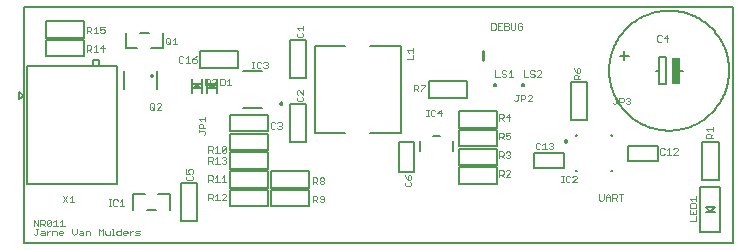
<source format=gto>
G75*
%MOIN*%
%OFA0B0*%
%FSLAX25Y25*%
%IPPOS*%
%LPD*%
%AMOC8*
5,1,8,0,0,1.08239X$1,22.5*
%
%ADD10C,0.00600*%
%ADD11C,0.00200*%
%ADD12C,0.00500*%
%ADD13C,0.00787*%
%ADD14C,0.00800*%
%ADD15R,0.03150X0.00787*%
%ADD16C,0.01000*%
%ADD17R,0.02500X0.09000*%
%ADD18C,0.01414*%
D10*
X0035050Y0071300D02*
X0271270Y0071300D01*
X0271270Y0150040D01*
X0035050Y0150040D01*
X0035050Y0071300D01*
X0233550Y0133800D02*
X0236550Y0133800D01*
X0235050Y0135300D02*
X0235050Y0132300D01*
X0245550Y0128800D02*
X0246550Y0128800D01*
X0246550Y0133300D01*
X0249050Y0133300D01*
X0249050Y0124300D01*
X0246550Y0124300D01*
X0246550Y0128800D01*
X0230050Y0128800D02*
X0230056Y0129291D01*
X0230074Y0129781D01*
X0230104Y0130271D01*
X0230146Y0130760D01*
X0230200Y0131248D01*
X0230266Y0131735D01*
X0230344Y0132219D01*
X0230434Y0132702D01*
X0230536Y0133182D01*
X0230649Y0133660D01*
X0230774Y0134134D01*
X0230911Y0134606D01*
X0231059Y0135074D01*
X0231219Y0135538D01*
X0231390Y0135998D01*
X0231572Y0136454D01*
X0231766Y0136905D01*
X0231970Y0137351D01*
X0232186Y0137792D01*
X0232412Y0138228D01*
X0232648Y0138658D01*
X0232895Y0139082D01*
X0233153Y0139500D01*
X0233421Y0139911D01*
X0233698Y0140316D01*
X0233986Y0140714D01*
X0234283Y0141105D01*
X0234590Y0141488D01*
X0234906Y0141863D01*
X0235231Y0142231D01*
X0235565Y0142591D01*
X0235908Y0142942D01*
X0236259Y0143285D01*
X0236619Y0143619D01*
X0236987Y0143944D01*
X0237362Y0144260D01*
X0237745Y0144567D01*
X0238136Y0144864D01*
X0238534Y0145152D01*
X0238939Y0145429D01*
X0239350Y0145697D01*
X0239768Y0145955D01*
X0240192Y0146202D01*
X0240622Y0146438D01*
X0241058Y0146664D01*
X0241499Y0146880D01*
X0241945Y0147084D01*
X0242396Y0147278D01*
X0242852Y0147460D01*
X0243312Y0147631D01*
X0243776Y0147791D01*
X0244244Y0147939D01*
X0244716Y0148076D01*
X0245190Y0148201D01*
X0245668Y0148314D01*
X0246148Y0148416D01*
X0246631Y0148506D01*
X0247115Y0148584D01*
X0247602Y0148650D01*
X0248090Y0148704D01*
X0248579Y0148746D01*
X0249069Y0148776D01*
X0249559Y0148794D01*
X0250050Y0148800D01*
X0250541Y0148794D01*
X0251031Y0148776D01*
X0251521Y0148746D01*
X0252010Y0148704D01*
X0252498Y0148650D01*
X0252985Y0148584D01*
X0253469Y0148506D01*
X0253952Y0148416D01*
X0254432Y0148314D01*
X0254910Y0148201D01*
X0255384Y0148076D01*
X0255856Y0147939D01*
X0256324Y0147791D01*
X0256788Y0147631D01*
X0257248Y0147460D01*
X0257704Y0147278D01*
X0258155Y0147084D01*
X0258601Y0146880D01*
X0259042Y0146664D01*
X0259478Y0146438D01*
X0259908Y0146202D01*
X0260332Y0145955D01*
X0260750Y0145697D01*
X0261161Y0145429D01*
X0261566Y0145152D01*
X0261964Y0144864D01*
X0262355Y0144567D01*
X0262738Y0144260D01*
X0263113Y0143944D01*
X0263481Y0143619D01*
X0263841Y0143285D01*
X0264192Y0142942D01*
X0264535Y0142591D01*
X0264869Y0142231D01*
X0265194Y0141863D01*
X0265510Y0141488D01*
X0265817Y0141105D01*
X0266114Y0140714D01*
X0266402Y0140316D01*
X0266679Y0139911D01*
X0266947Y0139500D01*
X0267205Y0139082D01*
X0267452Y0138658D01*
X0267688Y0138228D01*
X0267914Y0137792D01*
X0268130Y0137351D01*
X0268334Y0136905D01*
X0268528Y0136454D01*
X0268710Y0135998D01*
X0268881Y0135538D01*
X0269041Y0135074D01*
X0269189Y0134606D01*
X0269326Y0134134D01*
X0269451Y0133660D01*
X0269564Y0133182D01*
X0269666Y0132702D01*
X0269756Y0132219D01*
X0269834Y0131735D01*
X0269900Y0131248D01*
X0269954Y0130760D01*
X0269996Y0130271D01*
X0270026Y0129781D01*
X0270044Y0129291D01*
X0270050Y0128800D01*
X0270044Y0128309D01*
X0270026Y0127819D01*
X0269996Y0127329D01*
X0269954Y0126840D01*
X0269900Y0126352D01*
X0269834Y0125865D01*
X0269756Y0125381D01*
X0269666Y0124898D01*
X0269564Y0124418D01*
X0269451Y0123940D01*
X0269326Y0123466D01*
X0269189Y0122994D01*
X0269041Y0122526D01*
X0268881Y0122062D01*
X0268710Y0121602D01*
X0268528Y0121146D01*
X0268334Y0120695D01*
X0268130Y0120249D01*
X0267914Y0119808D01*
X0267688Y0119372D01*
X0267452Y0118942D01*
X0267205Y0118518D01*
X0266947Y0118100D01*
X0266679Y0117689D01*
X0266402Y0117284D01*
X0266114Y0116886D01*
X0265817Y0116495D01*
X0265510Y0116112D01*
X0265194Y0115737D01*
X0264869Y0115369D01*
X0264535Y0115009D01*
X0264192Y0114658D01*
X0263841Y0114315D01*
X0263481Y0113981D01*
X0263113Y0113656D01*
X0262738Y0113340D01*
X0262355Y0113033D01*
X0261964Y0112736D01*
X0261566Y0112448D01*
X0261161Y0112171D01*
X0260750Y0111903D01*
X0260332Y0111645D01*
X0259908Y0111398D01*
X0259478Y0111162D01*
X0259042Y0110936D01*
X0258601Y0110720D01*
X0258155Y0110516D01*
X0257704Y0110322D01*
X0257248Y0110140D01*
X0256788Y0109969D01*
X0256324Y0109809D01*
X0255856Y0109661D01*
X0255384Y0109524D01*
X0254910Y0109399D01*
X0254432Y0109286D01*
X0253952Y0109184D01*
X0253469Y0109094D01*
X0252985Y0109016D01*
X0252498Y0108950D01*
X0252010Y0108896D01*
X0251521Y0108854D01*
X0251031Y0108824D01*
X0250541Y0108806D01*
X0250050Y0108800D01*
X0249559Y0108806D01*
X0249069Y0108824D01*
X0248579Y0108854D01*
X0248090Y0108896D01*
X0247602Y0108950D01*
X0247115Y0109016D01*
X0246631Y0109094D01*
X0246148Y0109184D01*
X0245668Y0109286D01*
X0245190Y0109399D01*
X0244716Y0109524D01*
X0244244Y0109661D01*
X0243776Y0109809D01*
X0243312Y0109969D01*
X0242852Y0110140D01*
X0242396Y0110322D01*
X0241945Y0110516D01*
X0241499Y0110720D01*
X0241058Y0110936D01*
X0240622Y0111162D01*
X0240192Y0111398D01*
X0239768Y0111645D01*
X0239350Y0111903D01*
X0238939Y0112171D01*
X0238534Y0112448D01*
X0238136Y0112736D01*
X0237745Y0113033D01*
X0237362Y0113340D01*
X0236987Y0113656D01*
X0236619Y0113981D01*
X0236259Y0114315D01*
X0235908Y0114658D01*
X0235565Y0115009D01*
X0235231Y0115369D01*
X0234906Y0115737D01*
X0234590Y0116112D01*
X0234283Y0116495D01*
X0233986Y0116886D01*
X0233698Y0117284D01*
X0233421Y0117689D01*
X0233153Y0118100D01*
X0232895Y0118518D01*
X0232648Y0118942D01*
X0232412Y0119372D01*
X0232186Y0119808D01*
X0231970Y0120249D01*
X0231766Y0120695D01*
X0231572Y0121146D01*
X0231390Y0121602D01*
X0231219Y0122062D01*
X0231059Y0122526D01*
X0230911Y0122994D01*
X0230774Y0123466D01*
X0230649Y0123940D01*
X0230536Y0124418D01*
X0230434Y0124898D01*
X0230344Y0125381D01*
X0230266Y0125865D01*
X0230200Y0126352D01*
X0230146Y0126840D01*
X0230104Y0127329D01*
X0230074Y0127819D01*
X0230056Y0128309D01*
X0230050Y0128800D01*
X0252550Y0128800D02*
X0254550Y0128800D01*
D11*
X0249461Y0138450D02*
X0249461Y0140652D01*
X0248360Y0139551D01*
X0249828Y0139551D01*
X0247618Y0140285D02*
X0247251Y0140652D01*
X0246517Y0140652D01*
X0246150Y0140285D01*
X0246150Y0138817D01*
X0246517Y0138450D01*
X0247251Y0138450D01*
X0247618Y0138817D01*
X0236793Y0119727D02*
X0237160Y0119360D01*
X0237160Y0118993D01*
X0236793Y0118626D01*
X0237160Y0118259D01*
X0237160Y0117892D01*
X0236793Y0117525D01*
X0236059Y0117525D01*
X0235692Y0117892D01*
X0236426Y0118626D02*
X0236793Y0118626D01*
X0236793Y0119727D02*
X0236059Y0119727D01*
X0235692Y0119360D01*
X0234950Y0119360D02*
X0234583Y0119727D01*
X0233483Y0119727D01*
X0233483Y0117525D01*
X0233483Y0118259D02*
X0234583Y0118259D01*
X0234950Y0118626D01*
X0234950Y0119360D01*
X0232741Y0119727D02*
X0232007Y0119727D01*
X0232374Y0119727D02*
X0232374Y0117892D01*
X0232007Y0117525D01*
X0231640Y0117525D01*
X0231273Y0117892D01*
X0220450Y0125900D02*
X0218248Y0125900D01*
X0218248Y0127001D01*
X0218615Y0127368D01*
X0219349Y0127368D01*
X0219716Y0127001D01*
X0219716Y0125900D01*
X0219716Y0126634D02*
X0220450Y0127368D01*
X0220083Y0128110D02*
X0220450Y0128477D01*
X0220450Y0129211D01*
X0220083Y0129578D01*
X0219716Y0129578D01*
X0219349Y0129211D01*
X0219349Y0128110D01*
X0220083Y0128110D01*
X0219349Y0128110D02*
X0218615Y0128844D01*
X0218248Y0129578D01*
X0207416Y0128534D02*
X0207416Y0128167D01*
X0205948Y0126700D01*
X0207416Y0126700D01*
X0207416Y0128534D02*
X0207049Y0128901D01*
X0206315Y0128901D01*
X0205948Y0128534D01*
X0205207Y0128534D02*
X0204840Y0128901D01*
X0204106Y0128901D01*
X0203739Y0128534D01*
X0203739Y0128167D01*
X0204106Y0127800D01*
X0204840Y0127800D01*
X0205207Y0127433D01*
X0205207Y0127066D01*
X0204840Y0126700D01*
X0204106Y0126700D01*
X0203739Y0127066D01*
X0202997Y0126700D02*
X0201529Y0126700D01*
X0201529Y0128901D01*
X0198029Y0126700D02*
X0196561Y0126700D01*
X0197295Y0126700D02*
X0197295Y0128901D01*
X0196561Y0128167D01*
X0195819Y0128534D02*
X0195452Y0128901D01*
X0194718Y0128901D01*
X0194351Y0128534D01*
X0194351Y0128167D01*
X0194718Y0127800D01*
X0195452Y0127800D01*
X0195819Y0127433D01*
X0195819Y0127066D01*
X0195452Y0126700D01*
X0194718Y0126700D01*
X0194351Y0127066D01*
X0193609Y0126700D02*
X0192141Y0126700D01*
X0192141Y0128901D01*
X0199169Y0120764D02*
X0199903Y0120764D01*
X0199536Y0120764D02*
X0199536Y0118929D01*
X0199169Y0118562D01*
X0198802Y0118562D01*
X0198435Y0118929D01*
X0200645Y0118562D02*
X0200645Y0120764D01*
X0201746Y0120764D01*
X0202113Y0120397D01*
X0202113Y0119663D01*
X0201746Y0119296D01*
X0200645Y0119296D01*
X0202855Y0118562D02*
X0204323Y0120030D01*
X0204323Y0120397D01*
X0203956Y0120764D01*
X0203222Y0120764D01*
X0202855Y0120397D01*
X0202855Y0118562D02*
X0204323Y0118562D01*
X0197078Y0113251D02*
X0195610Y0113251D01*
X0196711Y0114352D01*
X0196711Y0112150D01*
X0194868Y0112150D02*
X0194134Y0112884D01*
X0194501Y0112884D02*
X0193400Y0112884D01*
X0193400Y0112150D02*
X0193400Y0114352D01*
X0194501Y0114352D01*
X0194868Y0113985D01*
X0194868Y0113251D01*
X0194501Y0112884D01*
X0194501Y0108102D02*
X0194868Y0107735D01*
X0194868Y0107001D01*
X0194501Y0106634D01*
X0193400Y0106634D01*
X0194134Y0106634D02*
X0194868Y0105900D01*
X0195610Y0106267D02*
X0195977Y0105900D01*
X0196711Y0105900D01*
X0197078Y0106267D01*
X0197078Y0107001D01*
X0196711Y0107368D01*
X0196344Y0107368D01*
X0195610Y0107001D01*
X0195610Y0108102D01*
X0197078Y0108102D01*
X0194501Y0108102D02*
X0193400Y0108102D01*
X0193400Y0105900D01*
X0193400Y0101852D02*
X0194501Y0101852D01*
X0194868Y0101485D01*
X0194868Y0100751D01*
X0194501Y0100384D01*
X0193400Y0100384D01*
X0194134Y0100384D02*
X0194868Y0099650D01*
X0195610Y0100017D02*
X0195977Y0099650D01*
X0196711Y0099650D01*
X0197078Y0100017D01*
X0197078Y0100384D01*
X0196711Y0100751D01*
X0196344Y0100751D01*
X0196711Y0100751D02*
X0197078Y0101118D01*
X0197078Y0101485D01*
X0196711Y0101852D01*
X0195977Y0101852D01*
X0195610Y0101485D01*
X0193400Y0101852D02*
X0193400Y0099650D01*
X0193400Y0095602D02*
X0194501Y0095602D01*
X0194868Y0095235D01*
X0194868Y0094501D01*
X0194501Y0094134D01*
X0193400Y0094134D01*
X0194134Y0094134D02*
X0194868Y0093400D01*
X0195610Y0093400D02*
X0197078Y0094868D01*
X0197078Y0095235D01*
X0196711Y0095602D01*
X0195977Y0095602D01*
X0195610Y0095235D01*
X0195610Y0093400D02*
X0197078Y0093400D01*
X0193400Y0093400D02*
X0193400Y0095602D01*
X0205587Y0102929D02*
X0205954Y0102562D01*
X0206688Y0102562D01*
X0207055Y0102929D01*
X0207797Y0102562D02*
X0209265Y0102562D01*
X0208531Y0102562D02*
X0208531Y0104764D01*
X0207797Y0104030D01*
X0207055Y0104397D02*
X0206688Y0104764D01*
X0205954Y0104764D01*
X0205587Y0104397D01*
X0205587Y0102929D01*
X0210007Y0102929D02*
X0210374Y0102562D01*
X0211108Y0102562D01*
X0211475Y0102929D01*
X0211475Y0103296D01*
X0211108Y0103663D01*
X0210741Y0103663D01*
X0211108Y0103663D02*
X0211475Y0104030D01*
X0211475Y0104397D01*
X0211108Y0104764D01*
X0210374Y0104764D01*
X0210007Y0104397D01*
X0214157Y0093816D02*
X0214891Y0093816D01*
X0214524Y0093816D02*
X0214524Y0091614D01*
X0214157Y0091614D02*
X0214891Y0091614D01*
X0215630Y0091981D02*
X0215997Y0091614D01*
X0216731Y0091614D01*
X0217098Y0091981D01*
X0217840Y0091614D02*
X0219308Y0093082D01*
X0219308Y0093449D01*
X0218941Y0093816D01*
X0218207Y0093816D01*
X0217840Y0093449D01*
X0217098Y0093449D02*
X0216731Y0093816D01*
X0215997Y0093816D01*
X0215630Y0093449D01*
X0215630Y0091981D01*
X0217840Y0091614D02*
X0219308Y0091614D01*
X0226712Y0087714D02*
X0226712Y0085879D01*
X0227079Y0085513D01*
X0227813Y0085513D01*
X0228180Y0085879D01*
X0228180Y0087714D01*
X0228922Y0086980D02*
X0228922Y0085513D01*
X0228922Y0086613D02*
X0230390Y0086613D01*
X0230390Y0086980D02*
X0230390Y0085513D01*
X0231132Y0085513D02*
X0231132Y0087714D01*
X0232233Y0087714D01*
X0232600Y0087347D01*
X0232600Y0086613D01*
X0232233Y0086246D01*
X0231132Y0086246D01*
X0231866Y0086246D02*
X0232600Y0085513D01*
X0234076Y0085513D02*
X0234076Y0087714D01*
X0233342Y0087714D02*
X0234810Y0087714D01*
X0230390Y0086980D02*
X0229656Y0087714D01*
X0228922Y0086980D01*
X0247075Y0101167D02*
X0247442Y0100800D01*
X0248176Y0100800D01*
X0248543Y0101167D01*
X0249285Y0100800D02*
X0250753Y0100800D01*
X0250019Y0100800D02*
X0250019Y0103002D01*
X0249285Y0102268D01*
X0248543Y0102635D02*
X0248176Y0103002D01*
X0247442Y0103002D01*
X0247075Y0102635D01*
X0247075Y0101167D01*
X0251495Y0100800D02*
X0252963Y0102268D01*
X0252963Y0102635D01*
X0252596Y0103002D01*
X0251862Y0103002D01*
X0251495Y0102635D01*
X0251495Y0100800D02*
X0252963Y0100800D01*
X0262436Y0106312D02*
X0262436Y0107413D01*
X0262803Y0107780D01*
X0263537Y0107780D01*
X0263904Y0107413D01*
X0263904Y0106312D01*
X0264638Y0106312D02*
X0262436Y0106312D01*
X0263904Y0107046D02*
X0264638Y0107780D01*
X0264638Y0108522D02*
X0264638Y0109990D01*
X0264638Y0109256D02*
X0262436Y0109256D01*
X0263170Y0108522D01*
X0259125Y0086848D02*
X0259125Y0085380D01*
X0259125Y0086114D02*
X0256923Y0086114D01*
X0257657Y0085380D01*
X0257290Y0084638D02*
X0256923Y0084271D01*
X0256923Y0083170D01*
X0259125Y0083170D01*
X0259125Y0084271D01*
X0258758Y0084638D01*
X0257290Y0084638D01*
X0256923Y0082428D02*
X0256923Y0080960D01*
X0259125Y0080960D01*
X0259125Y0082428D01*
X0258024Y0081694D02*
X0258024Y0080960D01*
X0259125Y0080218D02*
X0259125Y0078750D01*
X0256923Y0078750D01*
X0173934Y0113625D02*
X0173934Y0115827D01*
X0172833Y0114726D01*
X0174301Y0114726D01*
X0172091Y0115460D02*
X0171724Y0115827D01*
X0170990Y0115827D01*
X0170623Y0115460D01*
X0170623Y0113992D01*
X0170990Y0113625D01*
X0171724Y0113625D01*
X0172091Y0113992D01*
X0169884Y0113625D02*
X0169150Y0113625D01*
X0169517Y0113625D02*
X0169517Y0115827D01*
X0169150Y0115827D02*
X0169884Y0115827D01*
X0167190Y0121975D02*
X0167190Y0122342D01*
X0168658Y0123810D01*
X0168658Y0124177D01*
X0167190Y0124177D01*
X0166448Y0123810D02*
X0166081Y0124177D01*
X0164980Y0124177D01*
X0164980Y0121975D01*
X0164980Y0122709D02*
X0166081Y0122709D01*
X0166448Y0123076D01*
X0166448Y0123810D01*
X0165714Y0122709D02*
X0166448Y0121975D01*
X0164759Y0132589D02*
X0164759Y0134057D01*
X0164759Y0134799D02*
X0164759Y0136267D01*
X0164759Y0135533D02*
X0162557Y0135533D01*
X0163291Y0134799D01*
X0162557Y0132589D02*
X0164759Y0132589D01*
X0190725Y0142450D02*
X0191826Y0142450D01*
X0192193Y0142817D01*
X0192193Y0144285D01*
X0191826Y0144652D01*
X0190725Y0144652D01*
X0190725Y0142450D01*
X0192935Y0142450D02*
X0194403Y0142450D01*
X0195145Y0142450D02*
X0196246Y0142450D01*
X0196613Y0142817D01*
X0196613Y0143184D01*
X0196246Y0143551D01*
X0195145Y0143551D01*
X0196246Y0143551D02*
X0196613Y0143918D01*
X0196613Y0144285D01*
X0196246Y0144652D01*
X0195145Y0144652D01*
X0195145Y0142450D01*
X0193669Y0143551D02*
X0192935Y0143551D01*
X0192935Y0144652D02*
X0192935Y0142450D01*
X0192935Y0144652D02*
X0194403Y0144652D01*
X0197355Y0144652D02*
X0197355Y0142817D01*
X0197722Y0142450D01*
X0198456Y0142450D01*
X0198823Y0142817D01*
X0198823Y0144652D01*
X0199565Y0144285D02*
X0199565Y0142817D01*
X0199931Y0142450D01*
X0200665Y0142450D01*
X0201032Y0142817D01*
X0201032Y0143551D01*
X0200298Y0143551D01*
X0199565Y0144285D02*
X0199931Y0144652D01*
X0200665Y0144652D01*
X0201032Y0144285D01*
X0128050Y0143678D02*
X0128050Y0142210D01*
X0128050Y0142944D02*
X0125848Y0142944D01*
X0126582Y0142210D01*
X0126215Y0141468D02*
X0125848Y0141101D01*
X0125848Y0140367D01*
X0126215Y0140000D01*
X0127683Y0140000D01*
X0128050Y0140367D01*
X0128050Y0141101D01*
X0127683Y0141468D01*
X0116251Y0131422D02*
X0115884Y0131789D01*
X0115150Y0131789D01*
X0114783Y0131422D01*
X0114041Y0131422D02*
X0113674Y0131789D01*
X0112940Y0131789D01*
X0112573Y0131422D01*
X0112573Y0129954D01*
X0112940Y0129587D01*
X0113674Y0129587D01*
X0114041Y0129954D01*
X0114783Y0129954D02*
X0115150Y0129587D01*
X0115884Y0129587D01*
X0116251Y0129954D01*
X0116251Y0130321D01*
X0115884Y0130688D01*
X0115517Y0130688D01*
X0115884Y0130688D02*
X0116251Y0131055D01*
X0116251Y0131422D01*
X0111834Y0131789D02*
X0111100Y0131789D01*
X0111467Y0131789D02*
X0111467Y0129587D01*
X0111100Y0129587D02*
X0111834Y0129587D01*
X0103413Y0126165D02*
X0103413Y0123963D01*
X0102679Y0123963D02*
X0104147Y0123963D01*
X0102679Y0125431D02*
X0103413Y0126165D01*
X0101937Y0125798D02*
X0101570Y0126165D01*
X0100469Y0126165D01*
X0100469Y0123963D01*
X0101570Y0123963D01*
X0101937Y0124330D01*
X0101937Y0125798D01*
X0099147Y0125798D02*
X0098780Y0126165D01*
X0098046Y0126165D01*
X0097679Y0125798D01*
X0096937Y0125798D02*
X0096570Y0126165D01*
X0095469Y0126165D01*
X0095469Y0123963D01*
X0096570Y0123963D01*
X0096937Y0124330D01*
X0096937Y0125798D01*
X0097550Y0123997D02*
X0096566Y0123013D01*
X0098534Y0123013D01*
X0097550Y0123997D01*
X0097459Y0123905D02*
X0097641Y0123905D01*
X0097679Y0123963D02*
X0099147Y0125431D01*
X0099147Y0125798D01*
X0099147Y0123963D02*
X0097679Y0123963D01*
X0097840Y0123707D02*
X0097260Y0123707D01*
X0097062Y0123508D02*
X0098038Y0123508D01*
X0098237Y0123310D02*
X0096863Y0123310D01*
X0096665Y0123111D02*
X0098435Y0123111D01*
X0093534Y0123013D02*
X0091566Y0123013D01*
X0092550Y0123997D01*
X0093534Y0123013D01*
X0093435Y0123111D02*
X0091665Y0123111D01*
X0091863Y0123310D02*
X0093237Y0123310D01*
X0093038Y0123508D02*
X0092062Y0123508D01*
X0092260Y0123707D02*
X0092840Y0123707D01*
X0092641Y0123905D02*
X0092459Y0123905D01*
X0092229Y0131475D02*
X0092596Y0131842D01*
X0092596Y0132209D01*
X0092229Y0132576D01*
X0091128Y0132576D01*
X0091128Y0131842D01*
X0091495Y0131475D01*
X0092229Y0131475D01*
X0091128Y0132576D02*
X0091862Y0133310D01*
X0092596Y0133677D01*
X0089652Y0133677D02*
X0089652Y0131475D01*
X0088918Y0131475D02*
X0090386Y0131475D01*
X0088918Y0132943D02*
X0089652Y0133677D01*
X0088176Y0133310D02*
X0087809Y0133677D01*
X0087075Y0133677D01*
X0086708Y0133310D01*
X0086708Y0131842D01*
X0087075Y0131475D01*
X0087809Y0131475D01*
X0088176Y0131842D01*
X0085990Y0137550D02*
X0084522Y0137550D01*
X0085256Y0137550D02*
X0085256Y0139752D01*
X0084522Y0139018D01*
X0083780Y0139385D02*
X0083413Y0139752D01*
X0082679Y0139752D01*
X0082313Y0139385D01*
X0082313Y0137917D01*
X0082679Y0137550D01*
X0083413Y0137550D01*
X0083780Y0137917D01*
X0083780Y0139385D01*
X0083046Y0138284D02*
X0083780Y0137550D01*
X0061863Y0136201D02*
X0060395Y0136201D01*
X0061496Y0137302D01*
X0061496Y0135100D01*
X0059653Y0135100D02*
X0058185Y0135100D01*
X0058919Y0135100D02*
X0058919Y0137302D01*
X0058185Y0136568D01*
X0057443Y0136935D02*
X0057443Y0136201D01*
X0057076Y0135834D01*
X0055975Y0135834D01*
X0056709Y0135834D02*
X0057443Y0135100D01*
X0055975Y0135100D02*
X0055975Y0137302D01*
X0057076Y0137302D01*
X0057443Y0136935D01*
X0057443Y0141225D02*
X0056709Y0141959D01*
X0057076Y0141959D02*
X0055975Y0141959D01*
X0055975Y0141225D02*
X0055975Y0143427D01*
X0057076Y0143427D01*
X0057443Y0143060D01*
X0057443Y0142326D01*
X0057076Y0141959D01*
X0058185Y0142693D02*
X0058919Y0143427D01*
X0058919Y0141225D01*
X0058185Y0141225D02*
X0059653Y0141225D01*
X0060395Y0141592D02*
X0060762Y0141225D01*
X0061496Y0141225D01*
X0061863Y0141592D01*
X0061863Y0142326D01*
X0061496Y0142693D01*
X0061129Y0142693D01*
X0060395Y0142326D01*
X0060395Y0143427D01*
X0061863Y0143427D01*
X0077347Y0118013D02*
X0076980Y0117646D01*
X0076980Y0116178D01*
X0077347Y0115811D01*
X0078081Y0115811D01*
X0078448Y0116178D01*
X0078448Y0117646D01*
X0078081Y0118013D01*
X0077347Y0118013D01*
X0077714Y0116545D02*
X0078448Y0115811D01*
X0079190Y0115811D02*
X0080658Y0117279D01*
X0080658Y0117646D01*
X0080291Y0118013D01*
X0079557Y0118013D01*
X0079190Y0117646D01*
X0079190Y0115811D02*
X0080658Y0115811D01*
X0093223Y0112601D02*
X0095425Y0112601D01*
X0095425Y0111867D02*
X0095425Y0113335D01*
X0093957Y0111867D02*
X0093223Y0112601D01*
X0093590Y0111125D02*
X0094324Y0111125D01*
X0094691Y0110758D01*
X0094691Y0109658D01*
X0095425Y0109658D02*
X0093223Y0109658D01*
X0093223Y0110758D01*
X0093590Y0111125D01*
X0093223Y0108916D02*
X0093223Y0108182D01*
X0093223Y0108549D02*
X0095058Y0108549D01*
X0095425Y0108182D01*
X0095425Y0107815D01*
X0095058Y0107448D01*
X0096508Y0103664D02*
X0097609Y0103664D01*
X0097976Y0103297D01*
X0097976Y0102563D01*
X0097609Y0102196D01*
X0096508Y0102196D01*
X0096508Y0101462D02*
X0096508Y0103664D01*
X0097242Y0102196D02*
X0097976Y0101462D01*
X0098718Y0101462D02*
X0100186Y0101462D01*
X0099452Y0101462D02*
X0099452Y0103664D01*
X0098718Y0102930D01*
X0100928Y0103297D02*
X0101295Y0103664D01*
X0102029Y0103664D01*
X0102396Y0103297D01*
X0100928Y0101829D01*
X0101295Y0101462D01*
X0102029Y0101462D01*
X0102396Y0101829D01*
X0102396Y0103297D01*
X0100928Y0103297D02*
X0100928Y0101829D01*
X0101295Y0099989D02*
X0102029Y0099989D01*
X0102396Y0099622D01*
X0102396Y0099255D01*
X0102029Y0098888D01*
X0102396Y0098521D01*
X0102396Y0098154D01*
X0102029Y0097787D01*
X0101295Y0097787D01*
X0100928Y0098154D01*
X0100186Y0097787D02*
X0098718Y0097787D01*
X0099452Y0097787D02*
X0099452Y0099989D01*
X0098718Y0099255D01*
X0097976Y0099622D02*
X0097976Y0098888D01*
X0097609Y0098521D01*
X0096508Y0098521D01*
X0096508Y0097787D02*
X0096508Y0099989D01*
X0097609Y0099989D01*
X0097976Y0099622D01*
X0097242Y0098521D02*
X0097976Y0097787D01*
X0100928Y0099622D02*
X0101295Y0099989D01*
X0101662Y0098888D02*
X0102029Y0098888D01*
X0101662Y0093864D02*
X0101662Y0091662D01*
X0100928Y0091662D02*
X0102396Y0091662D01*
X0100928Y0093130D02*
X0101662Y0093864D01*
X0099452Y0093864D02*
X0099452Y0091662D01*
X0098718Y0091662D02*
X0100186Y0091662D01*
X0098718Y0093130D02*
X0099452Y0093864D01*
X0097976Y0093497D02*
X0097976Y0092763D01*
X0097609Y0092396D01*
X0096508Y0092396D01*
X0096508Y0091662D02*
X0096508Y0093864D01*
X0097609Y0093864D01*
X0097976Y0093497D01*
X0097242Y0092396D02*
X0097976Y0091662D01*
X0097609Y0087739D02*
X0097976Y0087372D01*
X0097976Y0086638D01*
X0097609Y0086271D01*
X0096508Y0086271D01*
X0096508Y0085538D02*
X0096508Y0087739D01*
X0097609Y0087739D01*
X0098718Y0087005D02*
X0099452Y0087739D01*
X0099452Y0085538D01*
X0098718Y0085538D02*
X0100186Y0085538D01*
X0100928Y0085538D02*
X0102396Y0087005D01*
X0102396Y0087372D01*
X0102029Y0087739D01*
X0101295Y0087739D01*
X0100928Y0087372D01*
X0100928Y0085538D02*
X0102396Y0085538D01*
X0097976Y0085538D02*
X0097242Y0086271D01*
X0090933Y0092225D02*
X0091300Y0092592D01*
X0091300Y0093326D01*
X0090933Y0093693D01*
X0090933Y0094435D02*
X0091300Y0094802D01*
X0091300Y0095536D01*
X0090933Y0095903D01*
X0090199Y0095903D01*
X0089832Y0095536D01*
X0089832Y0095169D01*
X0090199Y0094435D01*
X0089098Y0094435D01*
X0089098Y0095903D01*
X0089465Y0093693D02*
X0089098Y0093326D01*
X0089098Y0092592D01*
X0089465Y0092225D01*
X0090933Y0092225D01*
X0068476Y0083650D02*
X0067008Y0083650D01*
X0067742Y0083650D02*
X0067742Y0085852D01*
X0067008Y0085118D01*
X0066266Y0085485D02*
X0065899Y0085852D01*
X0065165Y0085852D01*
X0064798Y0085485D01*
X0064798Y0084017D01*
X0065165Y0083650D01*
X0065899Y0083650D01*
X0066266Y0084017D01*
X0064059Y0083650D02*
X0063325Y0083650D01*
X0063692Y0083650D02*
X0063692Y0085852D01*
X0063325Y0085852D02*
X0064059Y0085852D01*
X0064363Y0076052D02*
X0064730Y0076052D01*
X0064730Y0073850D01*
X0064363Y0073850D02*
X0065097Y0073850D01*
X0065836Y0074217D02*
X0065836Y0074951D01*
X0066203Y0075318D01*
X0067304Y0075318D01*
X0067304Y0076052D02*
X0067304Y0073850D01*
X0066203Y0073850D01*
X0065836Y0074217D01*
X0068046Y0074217D02*
X0068046Y0074951D01*
X0068413Y0075318D01*
X0069147Y0075318D01*
X0069514Y0074951D01*
X0069514Y0074584D01*
X0068046Y0074584D01*
X0068046Y0074217D02*
X0068413Y0073850D01*
X0069147Y0073850D01*
X0070256Y0073850D02*
X0070256Y0075318D01*
X0070256Y0074584D02*
X0070990Y0075318D01*
X0071357Y0075318D01*
X0072097Y0074951D02*
X0072464Y0075318D01*
X0073565Y0075318D01*
X0073198Y0074584D02*
X0072464Y0074584D01*
X0072097Y0074951D01*
X0072097Y0073850D02*
X0073198Y0073850D01*
X0073565Y0074217D01*
X0073198Y0074584D01*
X0063621Y0073850D02*
X0063621Y0075318D01*
X0063621Y0073850D02*
X0062520Y0073850D01*
X0062153Y0074217D01*
X0062153Y0075318D01*
X0061411Y0076052D02*
X0061411Y0073850D01*
X0059943Y0073850D02*
X0059943Y0076052D01*
X0060677Y0075318D01*
X0061411Y0076052D01*
X0056991Y0074951D02*
X0056991Y0073850D01*
X0056991Y0074951D02*
X0056624Y0075318D01*
X0055523Y0075318D01*
X0055523Y0073850D01*
X0054781Y0073850D02*
X0053680Y0073850D01*
X0053313Y0074217D01*
X0053680Y0074584D01*
X0054781Y0074584D01*
X0054781Y0074951D02*
X0054781Y0073850D01*
X0054781Y0074951D02*
X0054414Y0075318D01*
X0053680Y0075318D01*
X0052571Y0074584D02*
X0052571Y0076052D01*
X0051103Y0076052D02*
X0051103Y0074584D01*
X0051837Y0073850D01*
X0052571Y0074584D01*
X0048152Y0074584D02*
X0046684Y0074584D01*
X0046684Y0074951D02*
X0047051Y0075318D01*
X0047785Y0075318D01*
X0048152Y0074951D01*
X0048152Y0074584D01*
X0047785Y0073850D02*
X0047051Y0073850D01*
X0046684Y0074217D01*
X0046684Y0074951D01*
X0045942Y0074951D02*
X0045942Y0073850D01*
X0045942Y0074951D02*
X0045575Y0075318D01*
X0044474Y0075318D01*
X0044474Y0073850D01*
X0043733Y0075318D02*
X0043366Y0075318D01*
X0042632Y0074584D01*
X0042632Y0073850D02*
X0042632Y0075318D01*
X0041890Y0074951D02*
X0041890Y0073850D01*
X0040789Y0073850D01*
X0040422Y0074217D01*
X0040789Y0074584D01*
X0041890Y0074584D01*
X0041890Y0074951D02*
X0041523Y0075318D01*
X0040789Y0075318D01*
X0039680Y0076052D02*
X0038946Y0076052D01*
X0039313Y0076052D02*
X0039313Y0074217D01*
X0038946Y0073850D01*
X0038579Y0073850D01*
X0038213Y0074217D01*
X0038213Y0076913D02*
X0038213Y0079114D01*
X0039680Y0076913D01*
X0039680Y0079114D01*
X0040422Y0079114D02*
X0041523Y0079114D01*
X0041890Y0078747D01*
X0041890Y0078013D01*
X0041523Y0077646D01*
X0040422Y0077646D01*
X0040422Y0076913D02*
X0040422Y0079114D01*
X0041156Y0077646D02*
X0041890Y0076913D01*
X0042632Y0077279D02*
X0044100Y0078747D01*
X0044100Y0077279D01*
X0043733Y0076913D01*
X0042999Y0076913D01*
X0042632Y0077279D01*
X0042632Y0078747D01*
X0042999Y0079114D01*
X0043733Y0079114D01*
X0044100Y0078747D01*
X0044842Y0078380D02*
X0045576Y0079114D01*
X0045576Y0076913D01*
X0044842Y0076913D02*
X0046310Y0076913D01*
X0047052Y0076913D02*
X0048520Y0076913D01*
X0047786Y0076913D02*
X0047786Y0079114D01*
X0047052Y0078380D01*
X0048012Y0084875D02*
X0049480Y0087077D01*
X0050222Y0086343D02*
X0050956Y0087077D01*
X0050956Y0084875D01*
X0050222Y0084875D02*
X0051690Y0084875D01*
X0049480Y0084875D02*
X0048012Y0087077D01*
X0117225Y0109742D02*
X0117592Y0109375D01*
X0118326Y0109375D01*
X0118693Y0109742D01*
X0119435Y0109742D02*
X0119802Y0109375D01*
X0120536Y0109375D01*
X0120903Y0109742D01*
X0120903Y0110109D01*
X0120536Y0110476D01*
X0120169Y0110476D01*
X0120536Y0110476D02*
X0120903Y0110843D01*
X0120903Y0111210D01*
X0120536Y0111577D01*
X0119802Y0111577D01*
X0119435Y0111210D01*
X0118693Y0111210D02*
X0118326Y0111577D01*
X0117592Y0111577D01*
X0117225Y0111210D01*
X0117225Y0109742D01*
X0126215Y0118562D02*
X0127683Y0118562D01*
X0128050Y0118929D01*
X0128050Y0119663D01*
X0127683Y0120030D01*
X0128050Y0120772D02*
X0126582Y0122240D01*
X0126215Y0122240D01*
X0125848Y0121873D01*
X0125848Y0121139D01*
X0126215Y0120772D01*
X0126215Y0120030D02*
X0125848Y0119663D01*
X0125848Y0118929D01*
X0126215Y0118562D01*
X0128050Y0120772D02*
X0128050Y0122240D01*
X0131313Y0093202D02*
X0132413Y0093202D01*
X0132780Y0092835D01*
X0132780Y0092101D01*
X0132413Y0091734D01*
X0131313Y0091734D01*
X0132046Y0091734D02*
X0132780Y0091000D01*
X0133522Y0091367D02*
X0133522Y0091734D01*
X0133889Y0092101D01*
X0134623Y0092101D01*
X0134990Y0091734D01*
X0134990Y0091367D01*
X0134623Y0091000D01*
X0133889Y0091000D01*
X0133522Y0091367D01*
X0133889Y0092101D02*
X0133522Y0092468D01*
X0133522Y0092835D01*
X0133889Y0093202D01*
X0134623Y0093202D01*
X0134990Y0092835D01*
X0134990Y0092468D01*
X0134623Y0092101D01*
X0131313Y0091000D02*
X0131313Y0093202D01*
X0131313Y0087077D02*
X0132413Y0087077D01*
X0132780Y0086710D01*
X0132780Y0085976D01*
X0132413Y0085609D01*
X0131313Y0085609D01*
X0132046Y0085609D02*
X0132780Y0084875D01*
X0133522Y0085242D02*
X0133889Y0084875D01*
X0134623Y0084875D01*
X0134990Y0085242D01*
X0134990Y0086710D01*
X0134623Y0087077D01*
X0133889Y0087077D01*
X0133522Y0086710D01*
X0133522Y0086343D01*
X0133889Y0085976D01*
X0134990Y0085976D01*
X0131313Y0084875D02*
X0131313Y0087077D01*
X0161898Y0090597D02*
X0162265Y0090230D01*
X0163733Y0090230D01*
X0164100Y0090597D01*
X0164100Y0091331D01*
X0163733Y0091698D01*
X0163733Y0092440D02*
X0164100Y0092807D01*
X0164100Y0093541D01*
X0163733Y0093908D01*
X0163366Y0093908D01*
X0162999Y0093541D01*
X0162999Y0092440D01*
X0163733Y0092440D01*
X0162999Y0092440D02*
X0162265Y0093174D01*
X0161898Y0093908D01*
X0162265Y0091698D02*
X0161898Y0091331D01*
X0161898Y0090597D01*
D12*
X0160670Y0108180D02*
X0150473Y0108180D01*
X0142127Y0108180D02*
X0131930Y0108180D01*
X0131930Y0136920D01*
X0142127Y0136920D01*
X0150473Y0136920D02*
X0160670Y0136920D01*
X0160670Y0108180D01*
X0114450Y0116389D02*
X0108150Y0116389D01*
X0099225Y0121438D02*
X0099225Y0126162D01*
X0097550Y0123997D02*
X0096566Y0123013D01*
X0098534Y0123013D01*
X0097550Y0123997D01*
X0095875Y0126162D02*
X0095875Y0121438D01*
X0094225Y0121438D02*
X0094225Y0126162D01*
X0092550Y0123997D02*
X0091566Y0123013D01*
X0093534Y0123013D01*
X0092550Y0123997D01*
X0090875Y0126162D02*
X0090875Y0121438D01*
X0108150Y0128711D02*
X0114450Y0128711D01*
X0066015Y0130355D02*
X0060109Y0130355D01*
X0060109Y0132324D01*
X0058141Y0132324D01*
X0058141Y0130355D01*
X0060109Y0130355D01*
X0058141Y0130355D02*
X0036093Y0130355D01*
X0036093Y0090985D01*
X0066015Y0090985D01*
X0066015Y0130355D01*
X0035104Y0120498D02*
X0033229Y0119248D01*
X0033229Y0121748D01*
X0035104Y0120498D01*
X0218948Y0107402D02*
X0218948Y0107009D01*
X0218948Y0107402D02*
X0219341Y0107402D01*
X0230759Y0107402D02*
X0231152Y0107402D01*
X0231152Y0107009D01*
X0231152Y0095591D02*
X0231152Y0095198D01*
X0230759Y0095198D01*
X0219341Y0095198D02*
X0218948Y0095198D01*
X0218948Y0095591D01*
D13*
X0215306Y0105237D02*
X0215308Y0105276D01*
X0215314Y0105315D01*
X0215324Y0105353D01*
X0215337Y0105390D01*
X0215354Y0105425D01*
X0215374Y0105459D01*
X0215398Y0105490D01*
X0215425Y0105519D01*
X0215454Y0105545D01*
X0215486Y0105568D01*
X0215520Y0105588D01*
X0215556Y0105604D01*
X0215593Y0105616D01*
X0215632Y0105625D01*
X0215671Y0105630D01*
X0215710Y0105631D01*
X0215749Y0105628D01*
X0215788Y0105621D01*
X0215825Y0105610D01*
X0215862Y0105596D01*
X0215897Y0105578D01*
X0215930Y0105557D01*
X0215961Y0105532D01*
X0215989Y0105505D01*
X0216014Y0105475D01*
X0216036Y0105442D01*
X0216055Y0105408D01*
X0216070Y0105372D01*
X0216082Y0105334D01*
X0216090Y0105296D01*
X0216094Y0105257D01*
X0216094Y0105217D01*
X0216090Y0105178D01*
X0216082Y0105140D01*
X0216070Y0105102D01*
X0216055Y0105066D01*
X0216036Y0105032D01*
X0216014Y0104999D01*
X0215989Y0104969D01*
X0215961Y0104942D01*
X0215930Y0104917D01*
X0215897Y0104896D01*
X0215862Y0104878D01*
X0215825Y0104864D01*
X0215788Y0104853D01*
X0215749Y0104846D01*
X0215710Y0104843D01*
X0215671Y0104844D01*
X0215632Y0104849D01*
X0215593Y0104858D01*
X0215556Y0104870D01*
X0215520Y0104886D01*
X0215486Y0104906D01*
X0215454Y0104929D01*
X0215425Y0104955D01*
X0215398Y0104984D01*
X0215374Y0105015D01*
X0215354Y0105049D01*
X0215337Y0105084D01*
X0215324Y0105121D01*
X0215314Y0105159D01*
X0215308Y0105198D01*
X0215306Y0105237D01*
X0201035Y0124040D02*
X0201037Y0124079D01*
X0201043Y0124118D01*
X0201053Y0124156D01*
X0201066Y0124193D01*
X0201083Y0124228D01*
X0201103Y0124262D01*
X0201127Y0124293D01*
X0201154Y0124322D01*
X0201183Y0124348D01*
X0201215Y0124371D01*
X0201249Y0124391D01*
X0201285Y0124407D01*
X0201322Y0124419D01*
X0201361Y0124428D01*
X0201400Y0124433D01*
X0201439Y0124434D01*
X0201478Y0124431D01*
X0201517Y0124424D01*
X0201554Y0124413D01*
X0201591Y0124399D01*
X0201626Y0124381D01*
X0201659Y0124360D01*
X0201690Y0124335D01*
X0201718Y0124308D01*
X0201743Y0124278D01*
X0201765Y0124245D01*
X0201784Y0124211D01*
X0201799Y0124175D01*
X0201811Y0124137D01*
X0201819Y0124099D01*
X0201823Y0124060D01*
X0201823Y0124020D01*
X0201819Y0123981D01*
X0201811Y0123943D01*
X0201799Y0123905D01*
X0201784Y0123869D01*
X0201765Y0123835D01*
X0201743Y0123802D01*
X0201718Y0123772D01*
X0201690Y0123745D01*
X0201659Y0123720D01*
X0201626Y0123699D01*
X0201591Y0123681D01*
X0201554Y0123667D01*
X0201517Y0123656D01*
X0201478Y0123649D01*
X0201439Y0123646D01*
X0201400Y0123647D01*
X0201361Y0123652D01*
X0201322Y0123661D01*
X0201285Y0123673D01*
X0201249Y0123689D01*
X0201215Y0123709D01*
X0201183Y0123732D01*
X0201154Y0123758D01*
X0201127Y0123787D01*
X0201103Y0123818D01*
X0201083Y0123852D01*
X0201066Y0123887D01*
X0201053Y0123924D01*
X0201043Y0123962D01*
X0201037Y0124001D01*
X0201035Y0124040D01*
X0191647Y0124040D02*
X0191649Y0124079D01*
X0191655Y0124118D01*
X0191665Y0124156D01*
X0191678Y0124193D01*
X0191695Y0124228D01*
X0191715Y0124262D01*
X0191739Y0124293D01*
X0191766Y0124322D01*
X0191795Y0124348D01*
X0191827Y0124371D01*
X0191861Y0124391D01*
X0191897Y0124407D01*
X0191934Y0124419D01*
X0191973Y0124428D01*
X0192012Y0124433D01*
X0192051Y0124434D01*
X0192090Y0124431D01*
X0192129Y0124424D01*
X0192166Y0124413D01*
X0192203Y0124399D01*
X0192238Y0124381D01*
X0192271Y0124360D01*
X0192302Y0124335D01*
X0192330Y0124308D01*
X0192355Y0124278D01*
X0192377Y0124245D01*
X0192396Y0124211D01*
X0192411Y0124175D01*
X0192423Y0124137D01*
X0192431Y0124099D01*
X0192435Y0124060D01*
X0192435Y0124020D01*
X0192431Y0123981D01*
X0192423Y0123943D01*
X0192411Y0123905D01*
X0192396Y0123869D01*
X0192377Y0123835D01*
X0192355Y0123802D01*
X0192330Y0123772D01*
X0192302Y0123745D01*
X0192271Y0123720D01*
X0192238Y0123699D01*
X0192203Y0123681D01*
X0192166Y0123667D01*
X0192129Y0123656D01*
X0192090Y0123649D01*
X0192051Y0123646D01*
X0192012Y0123647D01*
X0191973Y0123652D01*
X0191934Y0123661D01*
X0191897Y0123673D01*
X0191861Y0123689D01*
X0191827Y0123709D01*
X0191795Y0123732D01*
X0191766Y0123758D01*
X0191739Y0123787D01*
X0191715Y0123818D01*
X0191695Y0123852D01*
X0191678Y0123887D01*
X0191665Y0123924D01*
X0191655Y0123962D01*
X0191649Y0124001D01*
X0191647Y0124040D01*
X0120355Y0117826D02*
X0120357Y0117865D01*
X0120363Y0117904D01*
X0120373Y0117942D01*
X0120386Y0117979D01*
X0120403Y0118014D01*
X0120423Y0118048D01*
X0120447Y0118079D01*
X0120474Y0118108D01*
X0120503Y0118134D01*
X0120535Y0118157D01*
X0120569Y0118177D01*
X0120605Y0118193D01*
X0120642Y0118205D01*
X0120681Y0118214D01*
X0120720Y0118219D01*
X0120759Y0118220D01*
X0120798Y0118217D01*
X0120837Y0118210D01*
X0120874Y0118199D01*
X0120911Y0118185D01*
X0120946Y0118167D01*
X0120979Y0118146D01*
X0121010Y0118121D01*
X0121038Y0118094D01*
X0121063Y0118064D01*
X0121085Y0118031D01*
X0121104Y0117997D01*
X0121119Y0117961D01*
X0121131Y0117923D01*
X0121139Y0117885D01*
X0121143Y0117846D01*
X0121143Y0117806D01*
X0121139Y0117767D01*
X0121131Y0117729D01*
X0121119Y0117691D01*
X0121104Y0117655D01*
X0121085Y0117621D01*
X0121063Y0117588D01*
X0121038Y0117558D01*
X0121010Y0117531D01*
X0120979Y0117506D01*
X0120946Y0117485D01*
X0120911Y0117467D01*
X0120874Y0117453D01*
X0120837Y0117442D01*
X0120798Y0117435D01*
X0120759Y0117432D01*
X0120720Y0117433D01*
X0120681Y0117438D01*
X0120642Y0117447D01*
X0120605Y0117459D01*
X0120569Y0117475D01*
X0120535Y0117495D01*
X0120503Y0117518D01*
X0120474Y0117544D01*
X0120447Y0117573D01*
X0120423Y0117604D01*
X0120403Y0117638D01*
X0120386Y0117673D01*
X0120373Y0117710D01*
X0120363Y0117748D01*
X0120357Y0117787D01*
X0120355Y0117826D01*
D14*
X0123544Y0117599D02*
X0129056Y0117599D01*
X0129056Y0105001D01*
X0123544Y0105001D01*
X0123544Y0117599D01*
X0116349Y0114056D02*
X0116349Y0108544D01*
X0103751Y0108544D01*
X0103751Y0114056D01*
X0116349Y0114056D01*
X0116349Y0107806D02*
X0116349Y0102294D01*
X0103751Y0102294D01*
X0103751Y0107806D01*
X0116349Y0107806D01*
X0116349Y0101556D02*
X0116349Y0096044D01*
X0103751Y0096044D01*
X0103751Y0101556D01*
X0116349Y0101556D01*
X0116349Y0095306D02*
X0116349Y0089794D01*
X0103751Y0089794D01*
X0103751Y0095306D01*
X0116349Y0095306D01*
X0117501Y0095306D02*
X0117501Y0089794D01*
X0130099Y0089794D01*
X0130099Y0095306D01*
X0117501Y0095306D01*
X0117501Y0089056D02*
X0130099Y0089056D01*
X0130099Y0083544D01*
X0117501Y0083544D01*
X0117501Y0089056D01*
X0116349Y0089056D02*
X0116349Y0083544D01*
X0103751Y0083544D01*
X0103751Y0089056D01*
X0116349Y0089056D01*
X0092806Y0091349D02*
X0092806Y0078751D01*
X0087294Y0078751D01*
X0087294Y0091349D01*
X0092806Y0091349D01*
X0083741Y0087650D02*
X0079769Y0087650D01*
X0083741Y0087650D02*
X0083741Y0082481D01*
X0079016Y0082450D02*
X0076029Y0082450D01*
X0071359Y0082481D02*
X0071359Y0087650D01*
X0075331Y0087650D01*
X0079312Y0122658D02*
X0079312Y0128564D01*
X0081241Y0136200D02*
X0077269Y0136200D01*
X0072831Y0136200D02*
X0068859Y0136200D01*
X0068859Y0141369D01*
X0073584Y0141400D02*
X0076571Y0141400D01*
X0081241Y0141369D02*
X0081241Y0136200D01*
X0093751Y0135306D02*
X0093751Y0129794D01*
X0106349Y0129794D01*
X0106349Y0135306D01*
X0093751Y0135306D01*
X0068288Y0128564D02*
X0068288Y0122658D01*
X0055099Y0133544D02*
X0042501Y0133544D01*
X0042501Y0139056D01*
X0055099Y0139056D01*
X0055099Y0133544D01*
X0055099Y0139794D02*
X0042501Y0139794D01*
X0042501Y0145306D01*
X0055099Y0145306D01*
X0055099Y0139794D01*
X0123544Y0138849D02*
X0123544Y0126251D01*
X0129056Y0126251D01*
X0129056Y0138849D01*
X0123544Y0138849D01*
X0170001Y0125306D02*
X0170001Y0119794D01*
X0182599Y0119794D01*
X0182599Y0125306D01*
X0170001Y0125306D01*
X0180001Y0115306D02*
X0180001Y0109794D01*
X0192599Y0109794D01*
X0192599Y0115306D01*
X0180001Y0115306D01*
X0180001Y0109056D02*
X0180001Y0103544D01*
X0192599Y0103544D01*
X0192599Y0109056D01*
X0180001Y0109056D01*
X0178150Y0105491D02*
X0178150Y0102109D01*
X0180001Y0102806D02*
X0180001Y0097294D01*
X0192599Y0097294D01*
X0192599Y0102806D01*
X0180001Y0102806D01*
X0173607Y0106991D02*
X0171493Y0106991D01*
X0166950Y0105491D02*
X0166950Y0102109D01*
X0165050Y0105050D02*
X0165050Y0095050D01*
X0160050Y0095050D01*
X0160050Y0105050D01*
X0165050Y0105050D01*
X0180001Y0096556D02*
X0180001Y0091044D01*
X0192599Y0091044D01*
X0192599Y0096556D01*
X0180001Y0096556D01*
X0205050Y0096300D02*
X0205050Y0101300D01*
X0215050Y0101300D01*
X0215050Y0096300D01*
X0205050Y0096300D01*
X0217294Y0112501D02*
X0222806Y0112501D01*
X0222806Y0125099D01*
X0217294Y0125099D01*
X0217294Y0112501D01*
X0236300Y0103800D02*
X0236300Y0098800D01*
X0246300Y0098800D01*
X0246300Y0103800D01*
X0236300Y0103800D01*
X0261044Y0105099D02*
X0261044Y0092501D01*
X0266556Y0092501D01*
X0266556Y0105099D01*
X0261044Y0105099D01*
X0260454Y0090030D02*
X0260454Y0075070D01*
X0267146Y0075070D01*
X0267146Y0090030D01*
X0260454Y0090030D01*
X0262225Y0083337D02*
X0263800Y0081763D01*
X0265375Y0083337D01*
X0262225Y0083337D01*
X0262225Y0081763D02*
X0263800Y0081763D01*
X0265375Y0081763D01*
D15*
X0097550Y0124487D03*
X0092550Y0124487D03*
D16*
X0187902Y0132280D02*
X0187902Y0135280D01*
D17*
X0252300Y0128800D03*
D18*
X0077800Y0127111D03*
M02*

</source>
